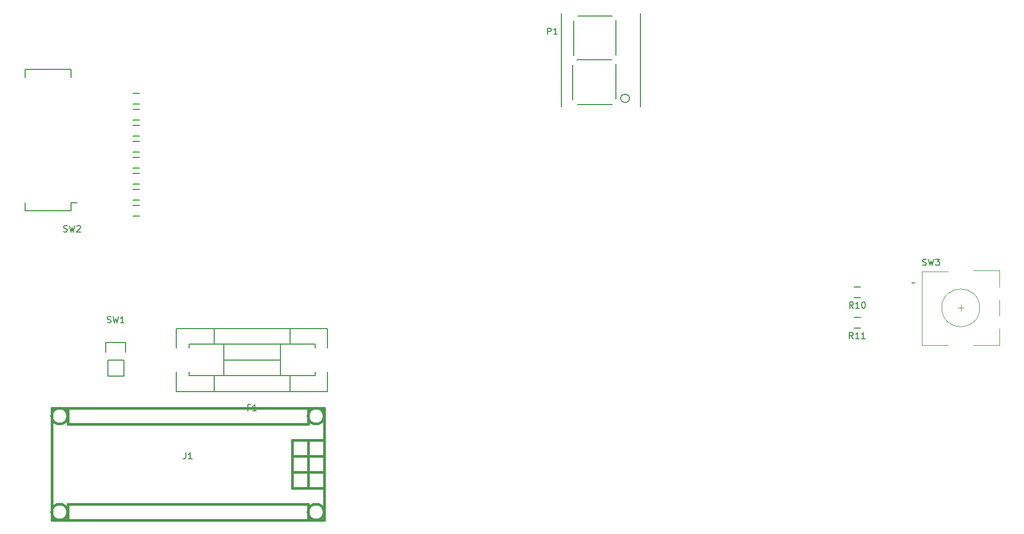
<source format=gto>
G04 #@! TF.GenerationSoftware,KiCad,Pcbnew,5.0.0-rc2*
G04 #@! TF.CreationDate,2019-03-17T20:22:20-04:00*
G04 #@! TF.ProjectId,pcb,7063622E6B696361645F706362000000,rev?*
G04 #@! TF.SameCoordinates,Original*
G04 #@! TF.FileFunction,Legend,Top*
G04 #@! TF.FilePolarity,Positive*
%FSLAX46Y46*%
G04 Gerber Fmt 4.6, Leading zero omitted, Abs format (unit mm)*
G04 Created by KiCad (PCBNEW 5.0.0-rc2) date Sun Mar 17 20:22:20 2019*
%MOMM*%
%LPD*%
G01*
G04 APERTURE LIST*
%ADD10C,0.381000*%
%ADD11C,0.150000*%
%ADD12C,0.120000*%
%ADD13C,0.203200*%
G04 APERTURE END LIST*
D10*
G04 #@! TO.C,J1*
X226630000Y-169530000D02*
X231710000Y-169530000D01*
X226630000Y-166990000D02*
X231710000Y-166990000D01*
X229170000Y-172070000D02*
X229170000Y-164450000D01*
X231710000Y-172070000D02*
X226630000Y-172070000D01*
X226630000Y-172070000D02*
X226630000Y-164450000D01*
X226630000Y-164450000D02*
X231710000Y-164450000D01*
X188530000Y-177150000D02*
X231710000Y-177150000D01*
X231710000Y-159370000D02*
X188530000Y-159370000D01*
X231710000Y-159370000D02*
X231710000Y-177150000D01*
X188530000Y-159370000D02*
X188530000Y-177150000D01*
X231710000Y-175880000D02*
G75*
G03X231710000Y-175880000I-1270000J0D01*
G01*
X231710000Y-160640000D02*
G75*
G03X231710000Y-160640000I-1270000J0D01*
G01*
X191070000Y-175880000D02*
G75*
G03X191070000Y-175880000I-1270000J0D01*
G01*
X191070000Y-160640000D02*
G75*
G03X191070000Y-160640000I-1270000J0D01*
G01*
X191070000Y-174610000D02*
X229170000Y-174610000D01*
X229170000Y-161910000D02*
X191070000Y-161910000D01*
X191070000Y-159370000D02*
X191070000Y-161910000D01*
X191070000Y-174610000D02*
X191070000Y-177150000D01*
X229170000Y-177150000D02*
X229170000Y-174610000D01*
X229170000Y-159370000D02*
X229170000Y-161910000D01*
D11*
G04 #@! TO.C,P1*
X280097367Y-110215000D02*
G75*
G03X280097367Y-110215000I-682367J0D01*
G01*
X277940000Y-110265000D02*
X277940000Y-104765000D01*
X271090000Y-110440000D02*
X271090000Y-104940000D01*
X271265000Y-103390000D02*
X271265000Y-97890000D01*
X277940000Y-103290000D02*
X277940000Y-97790000D01*
X271915000Y-97115000D02*
X277415000Y-97115000D01*
X271765000Y-104090000D02*
X277265000Y-104090000D01*
X271865000Y-111165000D02*
X277365000Y-111165000D01*
X281840000Y-111565000D02*
X281840000Y-96715000D01*
X269340000Y-96715000D02*
X269340000Y-111565000D01*
G04 #@! TO.C,R2*
X202430000Y-127166000D02*
X201430000Y-127166000D01*
X201430000Y-128866000D02*
X202430000Y-128866000D01*
G04 #@! TO.C,R3*
X202430000Y-124626000D02*
X201430000Y-124626000D01*
X201430000Y-126326000D02*
X202430000Y-126326000D01*
G04 #@! TO.C,R4*
X202430000Y-122086000D02*
X201430000Y-122086000D01*
X201430000Y-123786000D02*
X202430000Y-123786000D01*
G04 #@! TO.C,R5*
X201430000Y-121246000D02*
X202430000Y-121246000D01*
X202430000Y-119546000D02*
X201430000Y-119546000D01*
G04 #@! TO.C,R6*
X202430000Y-117006000D02*
X201430000Y-117006000D01*
X201430000Y-118706000D02*
X202430000Y-118706000D01*
G04 #@! TO.C,R7*
X201430000Y-116166000D02*
X202430000Y-116166000D01*
X202430000Y-114466000D02*
X201430000Y-114466000D01*
G04 #@! TO.C,R8*
X201430000Y-113626000D02*
X202430000Y-113626000D01*
X202430000Y-111926000D02*
X201430000Y-111926000D01*
G04 #@! TO.C,eR9*
X201430000Y-111086000D02*
X202430000Y-111086000D01*
X202430000Y-109386000D02*
X201430000Y-109386000D01*
G04 #@! TO.C,R10*
X316730000Y-140120000D02*
X315730000Y-140120000D01*
X315730000Y-141820000D02*
X316730000Y-141820000D01*
G04 #@! TO.C,R11*
X315712368Y-146658820D02*
X316712368Y-146658820D01*
X316712368Y-144958820D02*
X315712368Y-144958820D01*
G04 #@! TO.C,SW1*
X199960000Y-151750000D02*
X199960000Y-154290000D01*
X200240000Y-148930000D02*
X200240000Y-150480000D01*
X199960000Y-151750000D02*
X197420000Y-151750000D01*
X197140000Y-150480000D02*
X197140000Y-148930000D01*
X197140000Y-148930000D02*
X200240000Y-148930000D01*
X197420000Y-151750000D02*
X197420000Y-154290000D01*
X197420000Y-154290000D02*
X199960000Y-154290000D01*
G04 #@! TO.C,SW2*
X191635000Y-128025000D02*
X191635000Y-126755000D01*
X184285000Y-128025000D02*
X184285000Y-126755000D01*
X184285000Y-105655000D02*
X184285000Y-106925000D01*
X191635000Y-105655000D02*
X191635000Y-106925000D01*
X191635000Y-128025000D02*
X184285000Y-128025000D01*
X191635000Y-105655000D02*
X184285000Y-105655000D01*
X191635000Y-126755000D02*
X192570000Y-126755000D01*
D12*
G04 #@! TO.C,SW3*
X332120000Y-143470000D02*
X333120000Y-143470000D01*
X332620000Y-142970000D02*
X332620000Y-143970000D01*
X338720000Y-146770000D02*
X338720000Y-149370000D01*
X338720000Y-142170000D02*
X338720000Y-144770000D01*
X338720000Y-137570000D02*
X338720000Y-140170000D01*
X325420000Y-139370000D02*
X325120000Y-139670000D01*
X324820000Y-139370000D02*
X325420000Y-139370000D01*
X325120000Y-139670000D02*
X324820000Y-139370000D01*
X326520000Y-137670000D02*
X326520000Y-149370000D01*
X330620000Y-137670000D02*
X326520000Y-137670000D01*
X330620000Y-149370000D02*
X326520000Y-149370000D01*
X338720000Y-149370000D02*
X334620000Y-149370000D01*
X334620000Y-137570000D02*
X338720000Y-137570000D01*
X335620000Y-143470000D02*
G75*
G03X335620000Y-143470000I-3000000J0D01*
G01*
D11*
G04 #@! TO.C,F1*
X226279480Y-154249360D02*
X226279480Y-156751260D01*
X226279480Y-146748740D02*
X226279480Y-149250640D01*
X214280520Y-146748740D02*
X214280520Y-149250640D01*
X214280520Y-156751260D02*
X214280520Y-154249360D01*
X224780880Y-151750000D02*
X215779120Y-151750000D01*
X224780880Y-154249360D02*
X224780880Y-149250640D01*
X215779120Y-154249360D02*
X215779120Y-149250640D01*
X210280020Y-153649920D02*
X210280020Y-154249360D01*
X230279980Y-149850080D02*
X230279980Y-149250640D01*
X230279980Y-149250640D02*
X210280020Y-149250640D01*
X210280020Y-149250640D02*
X210280020Y-149850080D01*
X210280020Y-154249360D02*
X230279980Y-154249360D01*
X230279980Y-154249360D02*
X230279980Y-153649920D01*
X208281040Y-153649920D02*
X208281040Y-156751260D01*
X232278960Y-149850080D02*
X232278960Y-146748740D01*
X232278960Y-146748740D02*
X208281040Y-146748740D01*
X208281040Y-146748740D02*
X208281040Y-149850080D01*
X208281040Y-156751260D02*
X232278960Y-156751260D01*
X232278960Y-156751260D02*
X232278960Y-153649920D01*
G04 #@! TO.C,J1*
D13*
X209781333Y-166433619D02*
X209781333Y-167159333D01*
X209732952Y-167304476D01*
X209636190Y-167401238D01*
X209491047Y-167449619D01*
X209394285Y-167449619D01*
X210797333Y-167449619D02*
X210216761Y-167449619D01*
X210507047Y-167449619D02*
X210507047Y-166433619D01*
X210410285Y-166578761D01*
X210313523Y-166675523D01*
X210216761Y-166723904D01*
G04 #@! TO.C,P1*
D11*
X267151904Y-100067380D02*
X267151904Y-99067380D01*
X267532857Y-99067380D01*
X267628095Y-99115000D01*
X267675714Y-99162619D01*
X267723333Y-99257857D01*
X267723333Y-99400714D01*
X267675714Y-99495952D01*
X267628095Y-99543571D01*
X267532857Y-99591190D01*
X267151904Y-99591190D01*
X268675714Y-100067380D02*
X268104285Y-100067380D01*
X268389999Y-100067380D02*
X268389999Y-99067380D01*
X268294761Y-99210238D01*
X268199523Y-99305476D01*
X268104285Y-99353095D01*
G04 #@! TO.C,R10*
X315587142Y-143522380D02*
X315253809Y-143046190D01*
X315015714Y-143522380D02*
X315015714Y-142522380D01*
X315396666Y-142522380D01*
X315491904Y-142570000D01*
X315539523Y-142617619D01*
X315587142Y-142712857D01*
X315587142Y-142855714D01*
X315539523Y-142950952D01*
X315491904Y-142998571D01*
X315396666Y-143046190D01*
X315015714Y-143046190D01*
X316539523Y-143522380D02*
X315968095Y-143522380D01*
X316253809Y-143522380D02*
X316253809Y-142522380D01*
X316158571Y-142665238D01*
X316063333Y-142760476D01*
X315968095Y-142808095D01*
X317158571Y-142522380D02*
X317253809Y-142522380D01*
X317349047Y-142570000D01*
X317396666Y-142617619D01*
X317444285Y-142712857D01*
X317491904Y-142903333D01*
X317491904Y-143141428D01*
X317444285Y-143331904D01*
X317396666Y-143427142D01*
X317349047Y-143474761D01*
X317253809Y-143522380D01*
X317158571Y-143522380D01*
X317063333Y-143474761D01*
X317015714Y-143427142D01*
X316968095Y-143331904D01*
X316920476Y-143141428D01*
X316920476Y-142903333D01*
X316968095Y-142712857D01*
X317015714Y-142617619D01*
X317063333Y-142570000D01*
X317158571Y-142522380D01*
G04 #@! TO.C,R11*
X315569510Y-148361200D02*
X315236177Y-147885010D01*
X314998082Y-148361200D02*
X314998082Y-147361200D01*
X315379034Y-147361200D01*
X315474272Y-147408820D01*
X315521891Y-147456439D01*
X315569510Y-147551677D01*
X315569510Y-147694534D01*
X315521891Y-147789772D01*
X315474272Y-147837391D01*
X315379034Y-147885010D01*
X314998082Y-147885010D01*
X316521891Y-148361200D02*
X315950463Y-148361200D01*
X316236177Y-148361200D02*
X316236177Y-147361200D01*
X316140939Y-147504058D01*
X316045701Y-147599296D01*
X315950463Y-147646915D01*
X317474272Y-148361200D02*
X316902844Y-148361200D01*
X317188558Y-148361200D02*
X317188558Y-147361200D01*
X317093320Y-147504058D01*
X316998082Y-147599296D01*
X316902844Y-147646915D01*
G04 #@! TO.C,SW1*
X197356666Y-145784761D02*
X197499523Y-145832380D01*
X197737619Y-145832380D01*
X197832857Y-145784761D01*
X197880476Y-145737142D01*
X197928095Y-145641904D01*
X197928095Y-145546666D01*
X197880476Y-145451428D01*
X197832857Y-145403809D01*
X197737619Y-145356190D01*
X197547142Y-145308571D01*
X197451904Y-145260952D01*
X197404285Y-145213333D01*
X197356666Y-145118095D01*
X197356666Y-145022857D01*
X197404285Y-144927619D01*
X197451904Y-144880000D01*
X197547142Y-144832380D01*
X197785238Y-144832380D01*
X197928095Y-144880000D01*
X198261428Y-144832380D02*
X198499523Y-145832380D01*
X198690000Y-145118095D01*
X198880476Y-145832380D01*
X199118571Y-144832380D01*
X200023333Y-145832380D02*
X199451904Y-145832380D01*
X199737619Y-145832380D02*
X199737619Y-144832380D01*
X199642380Y-144975238D01*
X199547142Y-145070476D01*
X199451904Y-145118095D01*
G04 #@! TO.C,SW2*
X190436666Y-131354761D02*
X190579523Y-131402380D01*
X190817619Y-131402380D01*
X190912857Y-131354761D01*
X190960476Y-131307142D01*
X191008095Y-131211904D01*
X191008095Y-131116666D01*
X190960476Y-131021428D01*
X190912857Y-130973809D01*
X190817619Y-130926190D01*
X190627142Y-130878571D01*
X190531904Y-130830952D01*
X190484285Y-130783333D01*
X190436666Y-130688095D01*
X190436666Y-130592857D01*
X190484285Y-130497619D01*
X190531904Y-130450000D01*
X190627142Y-130402380D01*
X190865238Y-130402380D01*
X191008095Y-130450000D01*
X191341428Y-130402380D02*
X191579523Y-131402380D01*
X191770000Y-130688095D01*
X191960476Y-131402380D01*
X192198571Y-130402380D01*
X192531904Y-130497619D02*
X192579523Y-130450000D01*
X192674761Y-130402380D01*
X192912857Y-130402380D01*
X193008095Y-130450000D01*
X193055714Y-130497619D01*
X193103333Y-130592857D01*
X193103333Y-130688095D01*
X193055714Y-130830952D01*
X192484285Y-131402380D01*
X193103333Y-131402380D01*
G04 #@! TO.C,SW3*
X326586666Y-136674761D02*
X326729523Y-136722380D01*
X326967619Y-136722380D01*
X327062857Y-136674761D01*
X327110476Y-136627142D01*
X327158095Y-136531904D01*
X327158095Y-136436666D01*
X327110476Y-136341428D01*
X327062857Y-136293809D01*
X326967619Y-136246190D01*
X326777142Y-136198571D01*
X326681904Y-136150952D01*
X326634285Y-136103333D01*
X326586666Y-136008095D01*
X326586666Y-135912857D01*
X326634285Y-135817619D01*
X326681904Y-135770000D01*
X326777142Y-135722380D01*
X327015238Y-135722380D01*
X327158095Y-135770000D01*
X327491428Y-135722380D02*
X327729523Y-136722380D01*
X327919999Y-136008095D01*
X328110476Y-136722380D01*
X328348571Y-135722380D01*
X328634285Y-135722380D02*
X329253333Y-135722380D01*
X328919999Y-136103333D01*
X329062857Y-136103333D01*
X329158095Y-136150952D01*
X329205714Y-136198571D01*
X329253333Y-136293809D01*
X329253333Y-136531904D01*
X329205714Y-136627142D01*
X329158095Y-136674761D01*
X329062857Y-136722380D01*
X328777142Y-136722380D01*
X328681904Y-136674761D01*
X328634285Y-136627142D01*
G04 #@! TO.C,F1*
X219946666Y-159298571D02*
X219613333Y-159298571D01*
X219613333Y-159822380D02*
X219613333Y-158822380D01*
X220089523Y-158822380D01*
X220994285Y-159822380D02*
X220422857Y-159822380D01*
X220708571Y-159822380D02*
X220708571Y-158822380D01*
X220613333Y-158965238D01*
X220518095Y-159060476D01*
X220422857Y-159108095D01*
G04 #@! TD*
M02*

</source>
